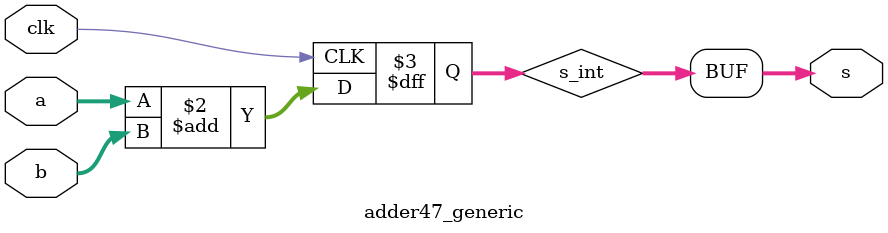
<source format=v>

module adder47_generic
	(
		input					clk,		// clock
		input		[46: 0]	a,			// operand input
		input		[46: 0]	b,			// operand input
		output	[46: 0]	s			// sum output
	);
	
		//
		// Sum
		//
	reg	[46: 0]	s_int;
	
	always @(posedge clk)
		s_int <= a + b;
		
		//
		// Output
		//
	assign s = s_int;

endmodule

//------------------------------------------------------------------------------
// End-of-File
//------------------------------------------------------------------------------

</source>
